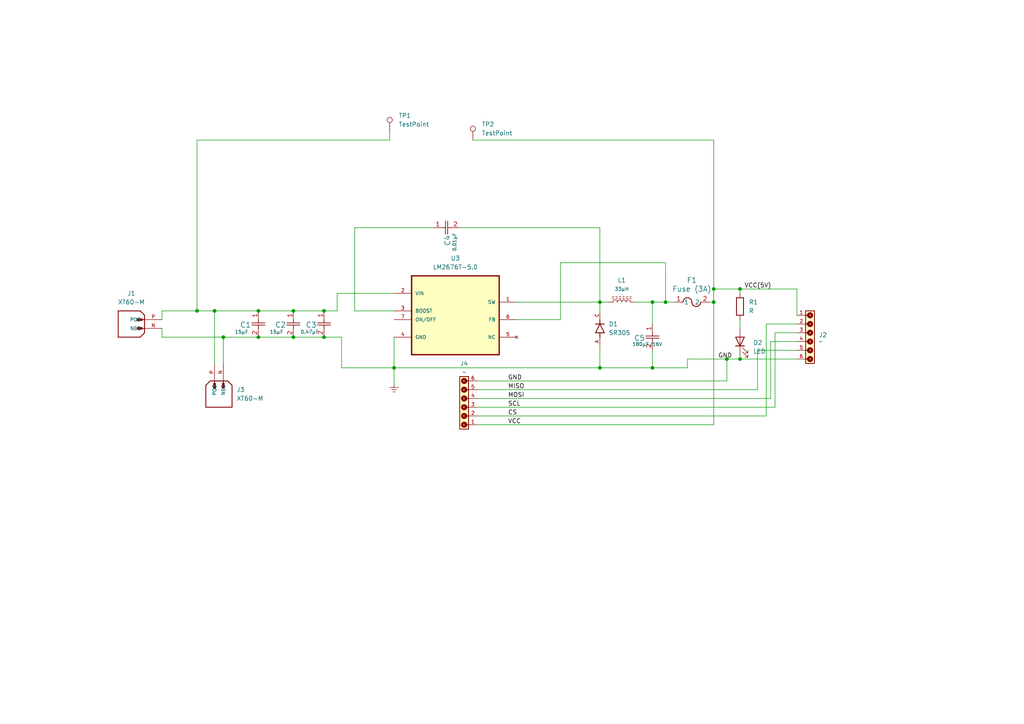
<source format=kicad_sch>
(kicad_sch (version 20231120) (generator "eeschema") (generator_version "8.0")
  (paper "A4")
  (lib_symbols
    (symbol "4-Channel 16-Bit ADC for Raspberry Pi（ADS1115）-eagle-import:GND_POWER" (power)
      (symbol "GND_POWER_1_0"
        (polyline (pts (xy -1.27 -0.635) (xy 0 -0.635)) (stroke (width 0.1524)))
        (polyline (pts (xy -0.635 -1.27) (xy 0.635 -1.27)) (stroke (width 0.1524)))
        (polyline (pts (xy -0.3175 -1.905) (xy 0.3175 -1.905)) (stroke (width 0.1524)))
        (polyline (pts (xy 0 -0.635) (xy 1.27 -0.635)) (stroke (width 0.1524)))
        (polyline (pts (xy 0 0) (xy 0 -0.635)) (stroke (width 0.1524)))
        (pin power_in line (at 0 0 270) (length 0) (name "GND") (number "1"))
      )
    )
    (symbol "4.7uF Capacitor:CL31B475KBHNFNE" (pin_names (offset 0.254))
      (property "Reference" "C" (at 3.81 3.81 0))
      (property "Value" "CL31B475KBHNFNE" (at 3.81 -3.81 0))
      (symbol "CL31B475KBHNFNE_1_1"
        (polyline (pts (xy 2.54 0) (xy 3.4798 0)) (stroke (width 0.2032)))
        (polyline (pts (xy 3.4798 -1.905) (xy 3.4798 1.905)) (stroke (width 0.2032)))
        (polyline (pts (xy 4.1148 -1.905) (xy 4.1148 1.905)) (stroke (width 0.2032)))
        (polyline (pts (xy 4.1148 0) (xy 5.08 0)) (stroke (width 0.2032)))
        (pin unspecified line (at 0 0 0) (length 2.54) (name "") (number "1"))
        (pin unspecified line (at 7.62 0 180) (length 2.54) (name "") (number "2"))
      )
      (symbol "CL31B475KBHNFNE_1_2"
        (polyline (pts (xy -1.905 -4.1148) (xy 1.905 -4.1148)) (stroke (width 0.2032)))
        (polyline (pts (xy -1.905 -3.4798) (xy 1.905 -3.4798)) (stroke (width 0.2032)))
        (polyline (pts (xy 0 -4.1148) (xy 0 -5.08)) (stroke (width 0.2032)))
        (polyline (pts (xy 0 -2.54) (xy 0 -3.4798)) (stroke (width 0.2032)))
        (pin unspecified line (at 0 0 270) (length 2.54) (name "") (number "1"))
        (pin unspecified line (at 0 -7.62 90) (length 2.54) (name "") (number "2"))
      )
    )
    (symbol "6 Pin Header:6130XX11121_61300611121" (pin_names (offset 1.016))
      (property "Reference" "J" (at -7.62 -1.778 0))
      (symbol "6130XX11121_61300611121_0_0"
        (rectangle (start -6.35 -2.54) (end 8.89 0) (stroke (width 0.254)) (fill (type background)))
        (circle (center -5.08 -1.27) (radius 0.254) (stroke (width 0.635)))
        (circle (center -2.54 -1.27) (radius 0.254) (stroke (width 0.635)))
        (circle (center 0 -1.27) (radius 0.254) (stroke (width 0.635)))
        (polyline (pts (xy -5.08 -1.27) (xy -5.08 -2.54)) (stroke (width 0.254)))
        (polyline (pts (xy -2.54 -1.27) (xy -2.54 -2.54)) (stroke (width 0.254)))
        (polyline (pts (xy 0 -1.27) (xy 0 -2.54)) (stroke (width 0.254)))
        (polyline (pts (xy 2.54 -1.27) (xy 2.54 -2.54)) (stroke (width 0.254)))
        (polyline (pts (xy 5.08 -1.27) (xy 5.08 -2.54)) (stroke (width 0.254)))
        (polyline (pts (xy 7.62 -1.27) (xy 7.62 -2.54)) (stroke (width 0.254)))
        (circle (center 2.54 -1.27) (radius 0.254) (stroke (width 0.635)))
        (circle (center 5.08 -1.27) (radius 0.254) (stroke (width 0.635)))
        (circle (center 7.62 -1.27) (radius 0.254) (stroke (width 0.635)))
        (pin passive line (at -5.08 -5.08 90) (length 2.54) (name "~") (number "1"))
        (pin passive line (at -2.54 -5.08 90) (length 2.54) (name "~") (number "2"))
        (pin passive line (at 0 -5.08 90) (length 2.54) (name "~") (number "3"))
        (pin passive line (at 2.54 -5.08 90) (length 2.54) (name "~") (number "4"))
        (pin passive line (at 5.08 -5.08 90) (length 2.54) (name "~") (number "5"))
        (pin passive line (at 7.62 -5.08 90) (length 2.54) (name "~") (number "6"))
      )
    )
    (symbol "Connector:TestPoint" (pin_numbers hide) (pin_names (offset 0.762) hide)
      (property "Reference" "TP" (at 0 6.858 0))
      (property "Value" "TestPoint" (at 0 5.08 0))
      (symbol "TestPoint_0_1"
        (circle (center 0 3.302) (radius 0.762))
      )
      (symbol "TestPoint_1_1"
        (pin passive line (at 0 0 90) (length 2.54) (name "1") (number "1"))
      )
    )
    (symbol "Device:LED" (pin_numbers hide) (pin_names (offset 1.016) hide)
      (property "Reference" "D" (at 0 2.54 0))
      (property "Value" "LED" (at 0 -2.54 0))
      (symbol "LED_0_1"
        (polyline (pts (xy -1.27 -1.27) (xy -1.27 1.27)) (stroke (width 0.254)))
        (polyline (pts (xy -1.27 0) (xy 1.27 0)))
        (polyline (pts (xy 1.27 -1.27) (xy 1.27 1.27) (xy -1.27 0) (xy 1.27 -1.27)) (stroke (width 0.254)))
        (polyline (pts (xy -3.048 -0.762) (xy -4.572 -2.286) (xy -3.81 -2.286) (xy -4.572 -2.286) (xy -4.572 -1.524)))
        (polyline (pts (xy -1.778 -0.762) (xy -3.302 -2.286) (xy -2.54 -2.286) (xy -3.302 -2.286) (xy -3.302 -1.524)))
      )
      (symbol "LED_1_1"
        (pin passive line (at -3.81 0 0) (length 2.54) (name "K") (number "1"))
        (pin passive line (at 3.81 0 180) (length 2.54) (name "A") (number "2"))
      )
    )
    (symbol "Device:L_Ferrite" (pin_numbers hide) (pin_names (offset 1.016) hide)
      (property "Reference" "L" (at -1.27 0 90))
      (property "Value" "L_Ferrite" (at 2.794 0 90))
      (symbol "L_Ferrite_0_1"
        (arc (start 0 -2.54) (mid 0.6323 -1.905) (end 0 -1.27))
        (arc (start 0 -1.27) (mid 0.6323 -0.635) (end 0 0))
        (polyline (pts (xy 1.016 -2.794) (xy 1.016 -2.286)))
        (polyline (pts (xy 1.016 -1.778) (xy 1.016 -1.27)))
        (polyline (pts (xy 1.016 -0.762) (xy 1.016 -0.254)))
        (polyline (pts (xy 1.016 0.254) (xy 1.016 0.762)))
        (polyline (pts (xy 1.016 1.27) (xy 1.016 1.778)))
        (polyline (pts (xy 1.016 2.286) (xy 1.016 2.794)))
        (polyline (pts (xy 1.524 -2.286) (xy 1.524 -2.794)))
        (polyline (pts (xy 1.524 -1.27) (xy 1.524 -1.778)))
        (polyline (pts (xy 1.524 -0.254) (xy 1.524 -0.762)))
        (polyline (pts (xy 1.524 0.762) (xy 1.524 0.254)))
        (polyline (pts (xy 1.524 1.778) (xy 1.524 1.27)))
        (polyline (pts (xy 1.524 2.794) (xy 1.524 2.286)))
        (arc (start 0 0) (mid 0.6323 0.635) (end 0 1.27))
        (arc (start 0 1.27) (mid 0.6323 1.905) (end 0 2.54))
      )
      (symbol "L_Ferrite_1_1"
        (pin passive line (at 0 3.81 270) (length 1.27) (name "1") (number "1"))
        (pin passive line (at 0 -3.81 90) (length 1.27) (name "2") (number "2"))
      )
    )
    (symbol "Device:R" (pin_numbers hide) (pin_names (offset 0))
      (property "Reference" "R" (at 2.032 0 90))
      (property "Value" "R" (at 0 0 90))
      (symbol "R_0_1"
        (rectangle (start -1.016 -2.54) (end 1.016 2.54) (stroke (width 0.254)))
      )
      (symbol "R_1_1"
        (pin passive line (at 0 3.81 270) (length 1.27) (name "~") (number "1"))
        (pin passive line (at 0 -3.81 90) (length 1.27) (name "~") (number "2"))
      )
    )
    (symbol "LM2676T-5.0:LM2676T-5.0" (pin_names (offset 1.016))
      (property "Reference" "U" (at -4.8057 9.2554 0))
      (property "Value" "LM2676T-5.0" (at -6.7317 -18.1121 0))
      (symbol "LM2676T-5.0_0_0"
        (rectangle (start -12.7 -15.24) (end 12.7 7.62) (stroke (width 0.4064)) (fill (type background)))
        (pin output line (at 17.78 0 180) (length 5.08) (name "SW") (number "1"))
        (pin input line (at -17.78 2.54 0) (length 5.08) (name "VIN") (number "2"))
        (pin passive line (at -17.78 -2.54 0) (length 5.08) (name "BOOST") (number "3"))
        (pin passive line (at -17.78 -10.16 0) (length 5.08) (name "GND") (number "4"))
        (pin no_connect line (at 17.78 -10.16 180) (length 5.08) (name "NC") (number "5"))
        (pin passive line (at 17.78 -5.08 180) (length 5.08) (name "FB") (number "6"))
        (pin passive line (at -17.78 -5.08 0) (length 5.08) (name "ON/OFF") (number "7"))
      )
    )
    (symbol "Polyfuse 3A:CMF-RL50A-0" (pin_names (offset 0.254))
      (property "Reference" "F" (at 5.08 3.175 0))
      (property "Value" "CMF-RL50A-0" (at 5.08 -3.175 0))
      (symbol "CMF-RL50A-0_1_1"
        (arc (start 5.08 0) (mid 3.81 1.2645) (end 2.54 0) (stroke (width 0.254)))
        (arc (start 5.08 0) (mid 6.35 -1.2645) (end 7.62 0) (stroke (width 0.254)))
        (pin unspecified line (at 0 0 0) (length 2.54) (name "1") (number "1"))
        (pin unspecified line (at 10.16 0 180) (length 2.54) (name "2") (number "2"))
      )
      (symbol "CMF-RL50A-0_1_2"
        (arc (start 0 5.08) (mid -1.2645 3.81) (end 0 2.54) (stroke (width 0.254)))
        (arc (start 0 5.08) (mid 1.2645 6.35) (end 0 7.62) (stroke (width 0.254)))
        (pin unspecified line (at 0 0 90) (length 2.54) (name "1") (number "1"))
        (pin unspecified line (at 0 10.16 270) (length 2.54) (name "2") (number "2"))
      )
    )
    (symbol "SR305:SR305" (pin_names (offset 1.016))
      (property "Reference" "D" (at -5.08 2.54 0))
      (property "Value" "SR305" (at -5.08 -3.81 0))
      (symbol "SR305_0_0"
        (polyline (pts (xy -2.54 0) (xy -1.27 0)) (stroke (width 0.254)))
        (polyline (pts (xy -1.27 -1.27) (xy 1.27 0)) (stroke (width 0.254)))
        (polyline (pts (xy -1.27 0) (xy -1.27 -1.27)) (stroke (width 0.254)))
        (polyline (pts (xy -1.27 1.27) (xy -1.27 0)) (stroke (width 0.254)))
        (polyline (pts (xy 1.27 0) (xy -1.27 1.27)) (stroke (width 0.254)))
        (polyline (pts (xy 1.27 0) (xy 1.27 -1.27)) (stroke (width 0.254)))
        (polyline (pts (xy 1.27 0) (xy 2.54 0)) (stroke (width 0.254)))
        (polyline (pts (xy 1.27 1.27) (xy 1.27 0)) (stroke (width 0.254)))
        (pin passive line (at -5.08 0 0) (length 2.54) (name "~") (number "A"))
        (pin passive line (at 5.08 0 180) (length 2.54) (name "~") (number "C"))
      )
    )
    (symbol "XT60-M:XT60-M" (pin_names (offset 1.016))
      (property "Reference" "J1" (at 3.81 -7.62 0))
      (property "Value" "XT60-M" (at 3.81 -5.08 0))
      (symbol "XT60-M_0_0"
        (polyline (pts (xy 0 -1.27) (xy 1.27 -2.54)) (stroke (width 0.254)))
        (polyline (pts (xy 0 0) (xy 1.905 0)) (stroke (width 0.254)))
        (polyline (pts (xy 0 2.54) (xy 0 -1.27)) (stroke (width 0.254)))
        (polyline (pts (xy 0 2.54) (xy 1.905 2.54)) (stroke (width 0.254)))
        (polyline (pts (xy 0 3.81) (xy 0 2.54)) (stroke (width 0.254)))
        (polyline (pts (xy 0 3.81) (xy 1.27 5.08)) (stroke (width 0.254)))
        (polyline (pts (xy 1.27 -2.54) (xy 7.62 -2.54)) (stroke (width 0.254)))
        (polyline (pts (xy 7.62 -2.54) (xy 7.62 5.08)) (stroke (width 0.254)))
        (polyline (pts (xy 7.62 5.08) (xy 1.27 5.08)) (stroke (width 0.254)))
        (rectangle (start 0.635 -0.3175) (end 2.2225 0.3175) (stroke (width 0.1)) (fill (type outline)))
        (rectangle (start 0.635 2.2225) (end 2.2225 2.8575) (stroke (width 0.1)) (fill (type outline)))
        (pin passive line (at -5.08 2.54 0) (length 5.08) (name "NEG") (number "N"))
        (pin passive line (at -5.08 0 0) (length 5.08) (name "POS") (number "P"))
      )
    )
  )
  (junction (at 74.93 97.79))
  (junction (at 93.98 97.79))
  (junction (at 64.77 97.79))
  (junction (at 173.99 87.63))
  (junction (at 74.93 90.17))
  (junction (at 207.01 83.82))
  (junction (at 207.01 87.63))
  (junction (at 173.99 106.68))
  (junction (at 214.63 104.14))
  (junction (at 189.23 87.63))
  (junction (at 193.04 87.63))
  (junction (at 93.98 90.17))
  (junction (at 210.82 104.14))
  (junction (at 214.63 83.82))
  (junction (at 57.15 90.17))
  (junction (at 85.09 97.79))
  (junction (at 189.23 106.68))
  (junction (at 62.23 90.17))
  (junction (at 114.3 106.68))
  (junction (at 85.09 90.17))
  (wire (pts (xy 207.01 87.63) (xy 207.01 123.19)))
  (wire (pts (xy 184.15 87.63) (xy 189.23 87.63)))
  (wire (pts (xy 207.01 83.82) (xy 207.01 87.63)))
  (wire (pts (xy 207.01 40.64) (xy 137.16 40.64)))
  (wire (pts (xy 85.09 97.79) (xy 93.98 97.79)))
  (wire (pts (xy 231.14 83.82) (xy 231.14 91.44)))
  (wire (pts (xy 173.99 106.68) (xy 189.23 106.68)))
  (wire (pts (xy 189.23 101.6) (xy 189.23 106.68)))
  (wire (pts (xy 74.93 90.17) (xy 85.09 90.17)))
  (wire (pts (xy 62.23 90.17) (xy 62.23 105.41)))
  (wire (pts (xy 99.06 106.68) (xy 114.3 106.68)))
  (wire (pts (xy 214.63 104.14) (xy 231.14 104.14)))
  (wire (pts (xy 99.06 97.79) (xy 99.06 106.68)))
  (wire (pts (xy 219.71 101.6) (xy 231.14 101.6)))
  (wire (pts (xy 57.15 90.17) (xy 62.23 90.17)))
  (wire (pts (xy 176.53 87.63) (xy 173.99 87.63)))
  (wire (pts (xy 189.23 106.68) (xy 199.39 106.68)))
  (wire (pts (xy 93.98 90.17) (xy 97.79 90.17)))
  (wire (pts (xy 189.23 87.63) (xy 189.23 93.98)))
  (wire (pts (xy 199.39 104.14) (xy 199.39 106.68)))
  (wire (pts (xy 114.3 97.79) (xy 114.3 106.68)))
  (wire (pts (xy 214.63 83.82) (xy 214.63 85.09)))
  (wire (pts (xy 138.43 123.19) (xy 207.01 123.19)))
  (wire (pts (xy 97.79 90.17) (xy 97.79 85.09)))
  (wire (pts (xy 214.63 83.82) (xy 231.14 83.82)))
  (wire (pts (xy 102.87 90.17) (xy 102.87 66.04)))
  (wire (pts (xy 223.52 99.06) (xy 231.14 99.06)))
  (wire (pts (xy 46.99 90.17) (xy 57.15 90.17)))
  (wire (pts (xy 64.77 97.79) (xy 74.93 97.79)))
  (wire (pts (xy 113.03 38.1) (xy 113.03 40.64)))
  (wire (pts (xy 222.25 93.98) (xy 231.14 93.98)))
  (wire (pts (xy 199.39 104.14) (xy 210.82 104.14)))
  (wire (pts (xy 46.99 90.17) (xy 46.99 92.71)))
  (wire (pts (xy 193.04 76.2) (xy 162.56 76.2)))
  (wire (pts (xy 138.43 120.65) (xy 222.25 120.65)))
  (wire (pts (xy 207.01 40.64) (xy 207.01 83.82)))
  (wire (pts (xy 57.15 40.64) (xy 57.15 90.17)))
  (wire (pts (xy 219.71 113.03) (xy 219.71 101.6)))
  (wire (pts (xy 173.99 87.63) (xy 173.99 90.17)))
  (wire (pts (xy 210.82 104.14) (xy 210.82 110.49)))
  (wire (pts (xy 173.99 87.63) (xy 149.86 87.63)))
  (wire (pts (xy 114.3 106.68) (xy 173.99 106.68)))
  (wire (pts (xy 97.79 85.09) (xy 114.3 85.09)))
  (wire (pts (xy 114.3 106.68) (xy 114.3 111.76)))
  (wire (pts (xy 93.98 97.79) (xy 99.06 97.79)))
  (wire (pts (xy 162.56 92.71) (xy 149.86 92.71)))
  (wire (pts (xy 189.23 87.63) (xy 193.04 87.63)))
  (wire (pts (xy 85.09 90.17) (xy 93.98 90.17)))
  (wire (pts (xy 138.43 110.49) (xy 210.82 110.49)))
  (wire (pts (xy 210.82 104.14) (xy 214.63 104.14)))
  (wire (pts (xy 214.63 92.71) (xy 214.63 95.25)))
  (wire (pts (xy 113.03 40.64) (xy 57.15 40.64)))
  (wire (pts (xy 193.04 76.2) (xy 193.04 87.63)))
  (wire (pts (xy 207.01 83.82) (xy 214.63 83.82)))
  (wire (pts (xy 114.3 90.17) (xy 102.87 90.17)))
  (wire (pts (xy 223.52 115.57) (xy 223.52 99.06)))
  (wire (pts (xy 46.99 95.25) (xy 46.99 97.79)))
  (wire (pts (xy 222.25 120.65) (xy 222.25 93.98)))
  (wire (pts (xy 193.04 87.63) (xy 195.58 87.63)))
  (wire (pts (xy 102.87 66.04) (xy 125.73 66.04)))
  (wire (pts (xy 138.43 113.03) (xy 219.71 113.03)))
  (wire (pts (xy 162.56 76.2) (xy 162.56 92.71)))
  (wire (pts (xy 138.43 118.11) (xy 224.79 118.11)))
  (wire (pts (xy 64.77 97.79) (xy 64.77 105.41)))
  (wire (pts (xy 205.74 87.63) (xy 207.01 87.63)))
  (wire (pts (xy 173.99 100.33) (xy 173.99 106.68)))
  (wire (pts (xy 224.79 96.52) (xy 231.14 96.52)))
  (wire (pts (xy 74.93 97.79) (xy 85.09 97.79)))
  (wire (pts (xy 46.99 97.79) (xy 64.77 97.79)))
  (wire (pts (xy 173.99 66.04) (xy 173.99 87.63)))
  (wire (pts (xy 62.23 90.17) (xy 74.93 90.17)))
  (wire (pts (xy 224.79 118.11) (xy 224.79 96.52)))
  (wire (pts (xy 214.63 102.87) (xy 214.63 104.14)))
  (wire (pts (xy 133.35 66.04) (xy 173.99 66.04)))
  (wire (pts (xy 138.43 115.57) (xy 223.52 115.57)))
  (label "MOSI" (at 147.32 115.57 0))
  (label "CS" (at 147.32 120.65 0))
  (label "GND" (at 147.32 110.49 0))
  (label "GND" (at 208.28 104.14 0))
  (label "SCL" (at 147.32 118.11 0))
  (label "VCC" (at 147.32 123.19 0))
  (label "MISO" (at 147.32 113.03 0))
  (label "VCC(5V)" (at 215.9 83.82 0))
  (symbol (lib_id "4-Channel 16-Bit ADC for Raspberry Pi（ADS1115）-eagle-import:GND_POWER") (at 114.3 111.76 0) (unit 1)
    (property "Reference" "#U$04" (effects (hide yes)))
    (property "Value" "GND_POWER" (effects (hide yes)))
  )
  (symbol (lib_id "XT60-M:XT60-M") (at 41.91 92.71 180) (unit 1)
    (property "Reference" "J1" (at 38.1 85.09 0))
    (property "Value" "XT60-M" (at 38.1 87.63 0))
    (property "Footprint" "XT60-M:AMASS_XT60-M" (effects (hide yes)))
    (property "MF" "AMASS" (effects (hide yes)))
    (property "MAXIMUM_PACKAGE_HEIGHT" "16.00 mm" (effects (hide yes)))
    (property "Package" "Package" (effects (hide yes)))
    (property "Price" "None" (effects (hide yes)))
    (property "Check_prices" "https://www.snapeda.com/parts/XT60-M/AMASS/view-part/?ref=eda" (effects (hide yes)))
    (property "STANDARD" "IPC 7351B" (effects (hide yes)))
    (property "PARTREV" "V1.2" (effects (hide yes)))
    (property "SnapEDA_Link" "https://www.snapeda.com/parts/XT60-M/AMASS/view-part/?ref=snap" (effects (hide yes)))
    (property "MP" "XT60-M" (effects (hide yes)))
    (property "Description_1" "\n                        \n                            Plug; DC supply; XT60; male; PIN: 2; for cable; soldered; 30A; 500V\n                        \n" (effects (hide yes)))
    (property "Availability" "Not in stock" (effects (hide yes)))
    (property "MANUFACTURER" "AMASS" (effects (hide yes)))
  )
  (symbol (lib_id "LM2676T-5.0:LM2676T-5.0") (at 132.08 87.63 0) (unit 1)
    (property "Reference" "U3" (at 132.08 74.93 0))
    (property "Value" "LM2676T-5.0" (at 132.08 77.47 0))
    (property "Footprint" "LM2676T_5_0_NOPB:TA07B" (effects (hide yes)))
    (property "SUPPLIER" "NATIONAL SEMICONDUCTOR" (effects (hide yes)))
    (property "OC_FARNELL" "9485775" (effects (hide yes)))
    (property "OC_NEWARK" "41K4169" (effects (hide yes)))
    (property "MPN" "LM2676T-5.0" (effects (hide yes)))
    (property "PACKAGE" "TO-220-7" (effects (hide yes)))
  )
  (symbol (lib_id "4.7uF Capacitor:CL31B475KBHNFNE") (at 93.98 90.17 270) (unit 1)
    (property "Reference" "C3" (at 88.646 94.234 90) (effects (font (size 1.524 1.524)) (justify left)))
    (property "Value" "0.47µF" (at 87.122 96.266 90) (effects (font (size 1 1)) (justify left)))
    (property "Footprint" "Capacitor 0.47uF:CAPRR254W54L381T254H466" (effects (hide yes)))
    (property "Datasheet" "CL31B475KBHNFNE" (effects (hide yes)))
  )
  (symbol (lib_id "6 Pin Header:6130XX11121_61300611121") (at 133.35 118.11 90) (unit 1)
    (property "Reference" "J4" (at 134.62 105.41 90))
    (property "Value" "~" (at 134.62 107.95 90))
    (property "Footprint" "Connector_PinHeader_2.54mm:PinHeader_1x06_P2.54mm_Vertical" (effects (hide yes)))
    (property "ROWS" "Single" (effects (hide yes)))
    (property "GENDER" "Pin Header" (effects (hide yes)))
    (property "MOUNT" "THT" (effects (hide yes)))
    (property "IR" "3A" (effects (hide yes)))
    (property "VALUE" "61300611121" (effects (hide yes)))
    (property "PACKAGING" "Bag" (effects (hide yes)))
    (property "PART-NUMBER" "61300611121" (effects (hide yes)))
    (property "DATASHEET-URL" "https://www.we-online.com/redexpert/spec/61300611121?ae" (effects (hide yes)))
    (property "PITCH" "2.54mm" (effects (hide yes)))
    (property "PINS" "6" (effects (hide yes)))
    (property "TYPE" "Straight" (effects (hide yes)))
  )
  (symbol (lib_id "Polyfuse 3A:CMF-RL50A-0") (at 195.58 87.63 0) (unit 1)
    (property "Reference" "F1" (at 200.66 81.28 0) (effects (font (size 1.524 1.524))))
    (property "Value" "Fuse (3A)" (at 200.66 83.82 0) (effects (font (size 1.524 1.524))))
    (property "Footprint" "Polyfuse 3A:FUSE_CMF-RL50A-0_BRN" (effects (hide yes)))
    (property "Datasheet" "CMF-RL50A-0" (effects (hide yes)))
  )
  (symbol (lib_id "Device:LED") (at 214.63 99.06 90) (unit 1)
    (property "Reference" "D2" (at 218.44 99.3774 90) (effects (justify right)))
    (property "Value" "LED" (at 218.44 101.9174 90) (effects (justify right)))
    (property "Footprint" "LED_THT:LED_D2.0mm_W4.0mm_H2.8mm_FlatTop" (effects (hide yes)))
    (property "Description" "Light emitting diode" (effects (hide yes)))
  )
  (symbol (lib_id "Device:R") (at 214.63 88.9 0) (unit 1)
    (property "Reference" "R1" (at 217.17 87.6299 0) (effects (justify left)))
    (property "Value" "R" (at 217.17 90.1699 0) (effects (justify left)))
    (property "Footprint" "Resistor_THT:R_Axial_DIN0204_L3.6mm_D1.6mm_P7.62mm_Horizontal" (effects (hide yes)))
    (property "Description" "Resistor" (effects (hide yes)))
  )
  (symbol (lib_id "4.7uF Capacitor:CL31B475KBHNFNE") (at 74.93 90.17 270) (unit 1)
    (property "Reference" "C1" (at 69.596 94.234 90) (effects (font (size 1.524 1.524)) (justify left)))
    (property "Value" "15µF" (at 68.072 96.266 90) (effects (font (size 1 1)) (justify left)))
    (property "Footprint" "power_distribution_board:PCB capacitor 15uF" (effects (hide yes)))
    (property "Datasheet" "CL31B475KBHNFNE" (effects (hide yes)))
  )
  (symbol (lib_id "Connector:TestPoint") (at 113.03 38.1 0) (unit 1)
    (property "Reference" "TP1" (at 115.57 33.5279 0) (effects (justify left)))
    (property "Value" "TestPoint" (at 115.57 36.0679 0) (effects (justify left)))
    (property "Footprint" "TestPoint:TestPoint_Loop_D2.50mm_Drill1.0mm_LowProfile" (effects (hide yes)))
    (property "Description" "test point" (effects (hide yes)))
  )
  (symbol (lib_id "Device:L_Ferrite") (at 180.34 87.63 90) (unit 1)
    (property "Reference" "L1" (at 180.34 81.28 90))
    (property "Value" "33µH" (at 180.34 83.82 90) (effects (font (size 1 1))))
    (property "Footprint" "33µH Inductor Inductor:IND_SBC8-330-452_KEM" (effects (hide yes)))
    (property "Description" "Inductor with ferrite core" (effects (hide yes)))
  )
  (symbol (lib_id "SR305:SR305") (at 173.99 95.25 90) (unit 1)
    (property "Reference" "D1" (at 176.53 93.9799 90) (effects (justify right)))
    (property "Value" "SR305" (at 176.53 96.5199 90) (effects (justify right)))
    (property "Footprint" "SR305 - Diode:DIOAD1990W125L900D530" (effects (hide yes)))
    (property "SnapEDA_Link" "https://www.snapeda.com/parts/SR305/Taiwan+Semiconductor/view-part/?ref=snap" (effects (hide yes)))
    (property "MAXIMUM_PACKAGE_HEIGHT" "5.6 mm" (effects (hide yes)))
    (property "Package" "DO-201AD Taiwan Semiconductor" (effects (hide yes)))
    (property "Check_prices" "https://www.snapeda.com/parts/SR305/Taiwan+Semiconductor/view-part/?ref=eda" (effects (hide yes)))
    (property "STANDARD" "IPC-7351B" (effects (hide yes)))
    (property "PARTREV" "K2105" (effects (hide yes)))
    (property "MF" "Taiwan Semiconductor" (effects (hide yes)))
    (property "MP" "SR305" (effects (hide yes)))
    (property "Description_1" "\n                        \n                            3A, 50V, Planar Schottky\n                        \n" (effects (hide yes)))
    (property "MANUFACTURER" "Taiwan Semiconductor" (effects (hide yes)))
  )
  (symbol (lib_id "XT60-M:XT60-M") (at 62.23 110.49 270) (unit 1)
    (property "Reference" "J3" (at 68.58 113.0299 90) (effects (justify left)))
    (property "Value" "XT60-M" (at 68.58 115.5699 90) (effects (justify left)))
    (property "Footprint" "XT60-M:AMASS_XT60-M" (effects (hide yes)))
    (property "MF" "AMASS" (effects (hide yes)))
    (property "MAXIMUM_PACKAGE_HEIGHT" "16.00 mm" (effects (hide yes)))
    (property "Package" "Package" (effects (hide yes)))
    (property "Price" "None" (effects (hide yes)))
    (property "Check_prices" "https://www.snapeda.com/parts/XT60-M/AMASS/view-part/?ref=eda" (effects (hide yes)))
    (property "STANDARD" "IPC 7351B" (effects (hide yes)))
    (property "PARTREV" "V1.2" (effects (hide yes)))
    (property "SnapEDA_Link" "https://www.snapeda.com/parts/XT60-M/AMASS/view-part/?ref=snap" (effects (hide yes)))
    (property "MP" "XT60-M" (effects (hide yes)))
    (property "Description_1" "\n                        \n                            Plug; DC supply; XT60; male; PIN: 2; for cable; soldered; 30A; 500V\n                        \n" (effects (hide yes)))
    (property "Availability" "Not in stock" (effects (hide yes)))
    (property "MANUFACTURER" "AMASS" (effects (hide yes)))
  )
  (symbol (lib_id "4.7uF Capacitor:CL31B475KBHNFNE") (at 189.23 93.98 270) (unit 1)
    (property "Reference" "C5" (at 183.896 98.044 90) (effects (font (size 1.524 1.524)) (justify left)))
    (property "Value" "180µF/16V" (at 183.388 99.822 90) (effects (font (size 1 1)) (justify left)))
    (property "Footprint" "180uF Capacitor:CAPPRD350W60D800H1200" (effects (hide yes)))
    (property "Datasheet" "CL31B475KBHNFNE" (effects (hide yes)))
  )
  (symbol (lib_id "Connector:TestPoint") (at 137.16 40.64 0) (unit 1)
    (property "Reference" "TP2" (at 139.7 36.0679 0) (effects (justify left)))
    (property "Value" "TestPoint" (at 139.7 38.6079 0) (effects (justify left)))
    (property "Footprint" "TestPoint:TestPoint_Loop_D2.50mm_Drill1.0mm_LowProfile" (effects (hide yes)))
    (property "Description" "test point" (effects (hide yes)))
  )
  (symbol (lib_id "4.7uF Capacitor:CL31B475KBHNFNE") (at 125.73 66.04 0) (unit 1)
    (property "Reference" "C4" (at 129.794 71.374 90) (effects (font (size 1.524 1.524)) (justify left)))
    (property "Value" "0.01µF" (at 131.826 72.898 90) (effects (font (size 1 1)) (justify left)))
    (property "Footprint" "0.01uF capacitor:CAP_C410C_AX_Z5U_U5TA_KEM" (effects (hide yes)))
    (property "Datasheet" "CL31B475KBHNFNE" (effects (hide yes)))
  )
  (symbol (lib_id "6 Pin Header:6130XX11121_61300611121") (at 236.22 96.52 270) (unit 1)
    (property "Reference" "J2" (at 237.49 97.1549 90) (effects (justify left)))
    (property "Value" "~" (at 237.49 99.06 90) (effects (justify left)))
    (property "Footprint" "Connector_PinHeader_2.54mm:PinHeader_1x06_P2.54mm_Vertical" (effects (hide yes)))
    (property "ROWS" "Single" (effects (hide yes)))
    (property "GENDER" "Pin Header" (effects (hide yes)))
    (property "MOUNT" "THT" (effects (hide yes)))
    (property "IR" "3A" (effects (hide yes)))
    (property "VALUE" "61300611121" (effects (hide yes)))
    (property "PACKAGING" "Bag" (effects (hide yes)))
    (property "PART-NUMBER" "61300611121" (effects (hide yes)))
    (property "DATASHEET-URL" "https://www.we-online.com/redexpert/spec/61300611121?ae" (effects (hide yes)))
    (property "PITCH" "2.54mm" (effects (hide yes)))
    (property "PINS" "6" (effects (hide yes)))
    (property "TYPE" "Straight" (effects (hide yes)))
  )
  (symbol (lib_id "4.7uF Capacitor:CL31B475KBHNFNE") (at 85.09 90.17 270) (unit 1)
    (property "Reference" "C2" (at 79.756 94.234 90) (effects (font (size 1.524 1.524)) (justify left)))
    (property "Value" "15µF" (at 78.232 96.266 90) (effects (font (size 1 1)) (justify left)))
    (property "Footprint" "power_distribution_board:PCB capacitor 15uF" (effects (hide yes)))
    (property "Datasheet" "CL31B475KBHNFNE" (effects (hide yes)))
  )
)
</source>
